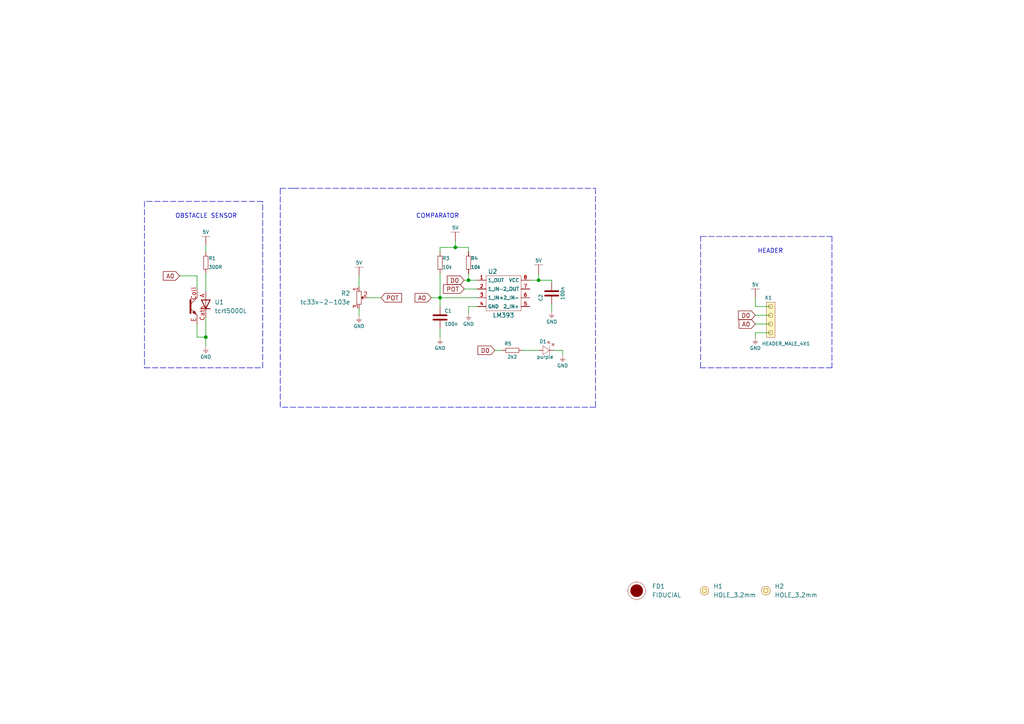
<source format=kicad_sch>
(kicad_sch (version 20211123) (generator eeschema)

  (uuid 779c5b46-3dc3-43e9-a3cd-53e3c0c8bd0d)

  (paper "A4")

  (title_block
    (title "Obstacle Sensor TCRT5000L")
    (date "2021-06-30")
    (rev "v1.1.1.")
    (company "SOLDERED")
    (comment 1 "333012")
  )

  (lib_symbols
    (symbol "e-radionica.com schematics:0402LED" (pin_numbers hide) (pin_names (offset 0.254) hide) (in_bom yes) (on_board yes)
      (property "Reference" "D" (id 0) (at -0.635 2.54 0)
        (effects (font (size 1 1)))
      )
      (property "Value" "0402LED" (id 1) (at 0 -2.54 0)
        (effects (font (size 1 1)))
      )
      (property "Footprint" "e-radionica.com footprinti:0402LED" (id 2) (at 0 5.08 0)
        (effects (font (size 1 1)) hide)
      )
      (property "Datasheet" "" (id 3) (at 0 0 0)
        (effects (font (size 1 1)) hide)
      )
      (property "Package" "0402" (id 4) (at 0 0 0)
        (effects (font (size 1.27 1.27)) hide)
      )
      (symbol "0402LED_0_1"
        (polyline
          (pts
            (xy -0.635 1.27)
            (xy 1.27 0)
          )
          (stroke (width 0.0006) (type default) (color 0 0 0 0))
          (fill (type none))
        )
        (polyline
          (pts
            (xy 0.635 1.905)
            (xy 1.27 2.54)
          )
          (stroke (width 0.0006) (type default) (color 0 0 0 0))
          (fill (type none))
        )
        (polyline
          (pts
            (xy 1.27 1.27)
            (xy 1.27 -1.27)
          )
          (stroke (width 0.0006) (type default) (color 0 0 0 0))
          (fill (type none))
        )
        (polyline
          (pts
            (xy 1.905 1.27)
            (xy 2.54 1.905)
          )
          (stroke (width 0.0006) (type default) (color 0 0 0 0))
          (fill (type none))
        )
        (polyline
          (pts
            (xy -0.635 1.27)
            (xy -0.635 -1.27)
            (xy 1.27 0)
          )
          (stroke (width 0.0006) (type default) (color 0 0 0 0))
          (fill (type none))
        )
        (polyline
          (pts
            (xy 1.27 2.54)
            (xy 0.635 2.54)
            (xy 1.27 1.905)
            (xy 1.27 2.54)
          )
          (stroke (width 0.0006) (type default) (color 0 0 0 0))
          (fill (type none))
        )
        (polyline
          (pts
            (xy 2.54 1.905)
            (xy 1.905 1.905)
            (xy 2.54 1.27)
            (xy 2.54 1.905)
          )
          (stroke (width 0.0006) (type default) (color 0 0 0 0))
          (fill (type none))
        )
      )
      (symbol "0402LED_1_1"
        (pin passive line (at -1.905 0 0) (length 1.27)
          (name "A" (effects (font (size 1.27 1.27))))
          (number "1" (effects (font (size 1.27 1.27))))
        )
        (pin passive line (at 2.54 0 180) (length 1.27)
          (name "K" (effects (font (size 1.27 1.27))))
          (number "2" (effects (font (size 1.27 1.27))))
        )
      )
    )
    (symbol "e-radionica.com schematics:0402R" (pin_numbers hide) (pin_names (offset 0.254)) (in_bom yes) (on_board yes)
      (property "Reference" "R" (id 0) (at -1.905 1.27 0)
        (effects (font (size 1 1)))
      )
      (property "Value" "0402R" (id 1) (at 0 -1.27 0)
        (effects (font (size 1 1)))
      )
      (property "Footprint" "e-radionica.com footprinti:0402R" (id 2) (at -2.54 1.905 0)
        (effects (font (size 1 1)) hide)
      )
      (property "Datasheet" "" (id 3) (at -2.54 1.905 0)
        (effects (font (size 1 1)) hide)
      )
      (symbol "0402R_0_1"
        (rectangle (start -1.905 -0.635) (end 1.905 -0.6604)
          (stroke (width 0.1) (type default) (color 0 0 0 0))
          (fill (type none))
        )
        (rectangle (start -1.905 0.635) (end -1.8796 -0.635)
          (stroke (width 0.1) (type default) (color 0 0 0 0))
          (fill (type none))
        )
        (rectangle (start -1.905 0.635) (end 1.905 0.6096)
          (stroke (width 0.1) (type default) (color 0 0 0 0))
          (fill (type none))
        )
        (rectangle (start 1.905 0.635) (end 1.9304 -0.635)
          (stroke (width 0.1) (type default) (color 0 0 0 0))
          (fill (type none))
        )
      )
      (symbol "0402R_1_1"
        (pin passive line (at -3.175 0 0) (length 1.27)
          (name "~" (effects (font (size 1.27 1.27))))
          (number "1" (effects (font (size 1.27 1.27))))
        )
        (pin passive line (at 3.175 0 180) (length 1.27)
          (name "~" (effects (font (size 1.27 1.27))))
          (number "2" (effects (font (size 1.27 1.27))))
        )
      )
    )
    (symbol "e-radionica.com schematics:0603C" (pin_numbers hide) (pin_names (offset 0.002)) (in_bom yes) (on_board yes)
      (property "Reference" "C" (id 0) (at -0.635 3.175 0)
        (effects (font (size 1 1)))
      )
      (property "Value" "0603C" (id 1) (at 0 -3.175 0)
        (effects (font (size 1 1)))
      )
      (property "Footprint" "e-radionica.com footprinti:0603C" (id 2) (at 0 0 0)
        (effects (font (size 1 1)) hide)
      )
      (property "Datasheet" "" (id 3) (at 0 0 0)
        (effects (font (size 1 1)) hide)
      )
      (symbol "0603C_0_1"
        (polyline
          (pts
            (xy -0.635 1.905)
            (xy -0.635 -1.905)
          )
          (stroke (width 0.5) (type default) (color 0 0 0 0))
          (fill (type none))
        )
        (polyline
          (pts
            (xy 0.635 1.905)
            (xy 0.635 -1.905)
          )
          (stroke (width 0.5) (type default) (color 0 0 0 0))
          (fill (type none))
        )
      )
      (symbol "0603C_1_1"
        (pin passive line (at -3.175 0 0) (length 2.54)
          (name "~" (effects (font (size 1.27 1.27))))
          (number "1" (effects (font (size 1.27 1.27))))
        )
        (pin passive line (at 3.175 0 180) (length 2.54)
          (name "~" (effects (font (size 1.27 1.27))))
          (number "2" (effects (font (size 1.27 1.27))))
        )
      )
    )
    (symbol "e-radionica.com schematics:0603R" (pin_numbers hide) (pin_names (offset 0.254)) (in_bom yes) (on_board yes)
      (property "Reference" "R" (id 0) (at -1.905 1.905 0)
        (effects (font (size 1 1)))
      )
      (property "Value" "0603R" (id 1) (at 0 -1.905 0)
        (effects (font (size 1 1)))
      )
      (property "Footprint" "e-radionica.com footprinti:0603R" (id 2) (at -0.635 1.905 0)
        (effects (font (size 1 1)) hide)
      )
      (property "Datasheet" "" (id 3) (at -0.635 1.905 0)
        (effects (font (size 1 1)) hide)
      )
      (symbol "0603R_0_1"
        (rectangle (start -1.905 -0.635) (end 1.905 -0.6604)
          (stroke (width 0.1) (type default) (color 0 0 0 0))
          (fill (type none))
        )
        (rectangle (start -1.905 0.635) (end -1.8796 -0.635)
          (stroke (width 0.1) (type default) (color 0 0 0 0))
          (fill (type none))
        )
        (rectangle (start -1.905 0.635) (end 1.905 0.6096)
          (stroke (width 0.1) (type default) (color 0 0 0 0))
          (fill (type none))
        )
        (rectangle (start 1.905 0.635) (end 1.9304 -0.635)
          (stroke (width 0.1) (type default) (color 0 0 0 0))
          (fill (type none))
        )
      )
      (symbol "0603R_1_1"
        (pin passive line (at -3.175 0 0) (length 1.27)
          (name "~" (effects (font (size 1.27 1.27))))
          (number "1" (effects (font (size 1.27 1.27))))
        )
        (pin passive line (at 3.175 0 180) (length 1.27)
          (name "~" (effects (font (size 1.27 1.27))))
          (number "2" (effects (font (size 1.27 1.27))))
        )
      )
    )
    (symbol "e-radionica.com schematics:5V" (power) (pin_names (offset 0)) (in_bom yes) (on_board yes)
      (property "Reference" "#PWR" (id 0) (at 4.445 0 0)
        (effects (font (size 1 1)) hide)
      )
      (property "Value" "5V" (id 1) (at 0 3.556 0)
        (effects (font (size 1 1)))
      )
      (property "Footprint" "" (id 2) (at 4.445 3.81 0)
        (effects (font (size 1 1)) hide)
      )
      (property "Datasheet" "" (id 3) (at 4.445 3.81 0)
        (effects (font (size 1 1)) hide)
      )
      (property "ki_keywords" "power-flag" (id 4) (at 0 0 0)
        (effects (font (size 1.27 1.27)) hide)
      )
      (property "ki_description" "Power symbol creates a global label with name \"+3V3\"" (id 5) (at 0 0 0)
        (effects (font (size 1.27 1.27)) hide)
      )
      (symbol "5V_0_1"
        (polyline
          (pts
            (xy -1.27 2.54)
            (xy 1.27 2.54)
          )
          (stroke (width 0.0006) (type default) (color 0 0 0 0))
          (fill (type none))
        )
        (polyline
          (pts
            (xy 0 0)
            (xy 0 2.54)
          )
          (stroke (width 0) (type default) (color 0 0 0 0))
          (fill (type none))
        )
      )
      (symbol "5V_1_1"
        (pin power_in line (at 0 0 90) (length 0) hide
          (name "5V" (effects (font (size 1.27 1.27))))
          (number "1" (effects (font (size 1.27 1.27))))
        )
      )
    )
    (symbol "e-radionica.com schematics:FIDUCIAL" (in_bom no) (on_board yes)
      (property "Reference" "FD" (id 0) (at 0 3.81 0)
        (effects (font (size 1.27 1.27)))
      )
      (property "Value" "FIDUCIAL" (id 1) (at 0 -3.81 0)
        (effects (font (size 1.27 1.27)))
      )
      (property "Footprint" "e-radionica.com footprinti:FIDUCIAL_23" (id 2) (at 0.254 -5.334 0)
        (effects (font (size 1.27 1.27)) hide)
      )
      (property "Datasheet" "" (id 3) (at 0 0 0)
        (effects (font (size 1.27 1.27)) hide)
      )
      (symbol "FIDUCIAL_0_1"
        (polyline
          (pts
            (xy -2.54 0)
            (xy -2.794 0)
          )
          (stroke (width 0.0006) (type default) (color 0 0 0 0))
          (fill (type none))
        )
        (polyline
          (pts
            (xy 0 -2.54)
            (xy 0 -2.794)
          )
          (stroke (width 0.0006) (type default) (color 0 0 0 0))
          (fill (type none))
        )
        (polyline
          (pts
            (xy 0 2.54)
            (xy 0 2.794)
          )
          (stroke (width 0.0006) (type default) (color 0 0 0 0))
          (fill (type none))
        )
        (polyline
          (pts
            (xy 2.54 0)
            (xy 2.794 0)
          )
          (stroke (width 0.0006) (type default) (color 0 0 0 0))
          (fill (type none))
        )
        (circle (center 0 0) (radius 1.7961)
          (stroke (width 0.001) (type default) (color 0 0 0 0))
          (fill (type outline))
        )
        (circle (center 0 0) (radius 2.54)
          (stroke (width 0.0006) (type default) (color 0 0 0 0))
          (fill (type none))
        )
      )
    )
    (symbol "e-radionica.com schematics:GND" (power) (pin_names (offset 0)) (in_bom yes) (on_board yes)
      (property "Reference" "#PWR" (id 0) (at 4.445 0 0)
        (effects (font (size 1 1)) hide)
      )
      (property "Value" "GND" (id 1) (at 0 -2.921 0)
        (effects (font (size 1 1)))
      )
      (property "Footprint" "" (id 2) (at 4.445 3.81 0)
        (effects (font (size 1 1)) hide)
      )
      (property "Datasheet" "" (id 3) (at 4.445 3.81 0)
        (effects (font (size 1 1)) hide)
      )
      (property "ki_keywords" "power-flag" (id 4) (at 0 0 0)
        (effects (font (size 1.27 1.27)) hide)
      )
      (property "ki_description" "Power symbol creates a global label with name \"+3V3\"" (id 5) (at 0 0 0)
        (effects (font (size 1.27 1.27)) hide)
      )
      (symbol "GND_0_1"
        (polyline
          (pts
            (xy -0.762 -1.27)
            (xy 0.762 -1.27)
          )
          (stroke (width 0.0006) (type default) (color 0 0 0 0))
          (fill (type none))
        )
        (polyline
          (pts
            (xy -0.635 -1.524)
            (xy 0.635 -1.524)
          )
          (stroke (width 0.0006) (type default) (color 0 0 0 0))
          (fill (type none))
        )
        (polyline
          (pts
            (xy -0.381 -1.778)
            (xy 0.381 -1.778)
          )
          (stroke (width 0.0006) (type default) (color 0 0 0 0))
          (fill (type none))
        )
        (polyline
          (pts
            (xy -0.127 -2.032)
            (xy 0.127 -2.032)
          )
          (stroke (width 0.0006) (type default) (color 0 0 0 0))
          (fill (type none))
        )
        (polyline
          (pts
            (xy 0 0)
            (xy 0 -1.27)
          )
          (stroke (width 0.0006) (type default) (color 0 0 0 0))
          (fill (type none))
        )
      )
      (symbol "GND_1_1"
        (pin power_in line (at 0 0 270) (length 0) hide
          (name "GND" (effects (font (size 1.27 1.27))))
          (number "1" (effects (font (size 1.27 1.27))))
        )
      )
    )
    (symbol "e-radionica.com schematics:HEADER_MALE_4X1" (pin_numbers hide) (pin_names hide) (in_bom yes) (on_board yes)
      (property "Reference" "K" (id 0) (at -0.635 7.62 0)
        (effects (font (size 1 1)))
      )
      (property "Value" "HEADER_MALE_4X1" (id 1) (at 0 -5.08 0)
        (effects (font (size 1 1)))
      )
      (property "Footprint" "e-radionica.com footprinti:HEADER_MALE_4X1" (id 2) (at 0 -2.54 0)
        (effects (font (size 1 1)) hide)
      )
      (property "Datasheet" "" (id 3) (at 0 -2.54 0)
        (effects (font (size 1 1)) hide)
      )
      (symbol "HEADER_MALE_4X1_0_1"
        (circle (center 0 -2.54) (radius 0.635)
          (stroke (width 0.0006) (type default) (color 0 0 0 0))
          (fill (type none))
        )
        (circle (center 0 0) (radius 0.635)
          (stroke (width 0.0006) (type default) (color 0 0 0 0))
          (fill (type none))
        )
        (circle (center 0 2.54) (radius 0.635)
          (stroke (width 0.0006) (type default) (color 0 0 0 0))
          (fill (type none))
        )
        (circle (center 0 5.08) (radius 0.635)
          (stroke (width 0.0006) (type default) (color 0 0 0 0))
          (fill (type none))
        )
        (rectangle (start 1.27 -3.81) (end -1.27 6.35)
          (stroke (width 0.001) (type default) (color 0 0 0 0))
          (fill (type background))
        )
      )
      (symbol "HEADER_MALE_4X1_1_1"
        (pin passive line (at 0 -2.54 180) (length 0)
          (name "~" (effects (font (size 1 1))))
          (number "1" (effects (font (size 1 1))))
        )
        (pin passive line (at 0 0 180) (length 0)
          (name "~" (effects (font (size 1 1))))
          (number "2" (effects (font (size 1 1))))
        )
        (pin passive line (at 0 2.54 180) (length 0)
          (name "~" (effects (font (size 1 1))))
          (number "3" (effects (font (size 1 1))))
        )
        (pin passive line (at 0 5.08 180) (length 0)
          (name "~" (effects (font (size 1 1))))
          (number "4" (effects (font (size 1 1))))
        )
      )
    )
    (symbol "e-radionica.com schematics:HOLE_3.2mm" (pin_numbers hide) (pin_names hide) (in_bom yes) (on_board yes)
      (property "Reference" "H" (id 0) (at 0 2.54 0)
        (effects (font (size 1.27 1.27)))
      )
      (property "Value" "HOLE_3.2mm" (id 1) (at 0 -2.54 0)
        (effects (font (size 1.27 1.27)))
      )
      (property "Footprint" "e-radionica.com footprinti:HOLE_3.2mm" (id 2) (at 0 0 0)
        (effects (font (size 1.27 1.27)) hide)
      )
      (property "Datasheet" "" (id 3) (at 0 0 0)
        (effects (font (size 1.27 1.27)) hide)
      )
      (symbol "HOLE_3.2mm_0_1"
        (circle (center 0 0) (radius 0.635)
          (stroke (width 0.0006) (type default) (color 0 0 0 0))
          (fill (type none))
        )
        (circle (center 0 0) (radius 1.27)
          (stroke (width 0.001) (type default) (color 0 0 0 0))
          (fill (type background))
        )
      )
    )
    (symbol "e-radionica.com schematics:LM393" (in_bom yes) (on_board yes)
      (property "Reference" "U" (id 0) (at 0 6.35 0)
        (effects (font (size 1.27 1.27)))
      )
      (property "Value" "LM393" (id 1) (at 0 -6.35 0)
        (effects (font (size 1.27 1.27)))
      )
      (property "Footprint" "e-radionica.com footprinti:SOIC−8" (id 2) (at 3.81 -2.54 0)
        (effects (font (size 1.27 1.27)) hide)
      )
      (property "Datasheet" "" (id 3) (at 3.81 -2.54 0)
        (effects (font (size 1.27 1.27)) hide)
      )
      (symbol "LM393_0_1"
        (rectangle (start -5.08 5.08) (end 5.08 -5.08)
          (stroke (width 0.0006) (type default) (color 0 0 0 0))
          (fill (type none))
        )
      )
      (symbol "LM393_1_1"
        (pin power_in line (at -7.62 3.81 0) (length 2.54)
          (name "1_OUT" (effects (font (size 1 1))))
          (number "1" (effects (font (size 1 1))))
        )
        (pin input line (at -7.62 1.27 0) (length 2.54)
          (name "1_IN-" (effects (font (size 1 1))))
          (number "2" (effects (font (size 1 1))))
        )
        (pin power_in line (at -7.62 -1.27 0) (length 2.54)
          (name "1_IN+" (effects (font (size 1 1))))
          (number "3" (effects (font (size 1 1))))
        )
        (pin passive line (at -7.62 -3.81 0) (length 2.54)
          (name "GND" (effects (font (size 1 1))))
          (number "4" (effects (font (size 1 1))))
        )
        (pin power_in line (at 7.62 -3.81 180) (length 2.54)
          (name "2_IN+" (effects (font (size 1 1))))
          (number "5" (effects (font (size 1 1))))
        )
        (pin power_in line (at 7.62 -1.27 180) (length 2.54)
          (name "2_IN-" (effects (font (size 1 1))))
          (number "6" (effects (font (size 1 1))))
        )
        (pin power_out line (at 7.62 1.27 180) (length 2.54)
          (name "2_OUT" (effects (font (size 1 1))))
          (number "7" (effects (font (size 1 1))))
        )
        (pin power_in line (at 7.62 3.81 180) (length 2.54)
          (name "VCC" (effects (font (size 1 1))))
          (number "8" (effects (font (size 1 1))))
        )
      )
    )
    (symbol "e-radionica.com schematics:tc33x-2-103e" (in_bom yes) (on_board yes)
      (property "Reference" "R" (id 0) (at -1.778 3.302 0)
        (effects (font (size 1.27 1.27)))
      )
      (property "Value" "tc33x-2-103e" (id 1) (at 0 -2.54 0)
        (effects (font (size 1.27 1.27)))
      )
      (property "Footprint" "e-radionica.com footprinti:tc33x-2-103e" (id 2) (at 0 -5.08 0)
        (effects (font (size 1.27 1.27)) hide)
      )
      (property "Datasheet" "" (id 3) (at -0.0508 -0.0508 0)
        (effects (font (size 1.27 1.27)) hide)
      )
      (symbol "tc33x-2-103e_0_1"
        (rectangle (start -1.905 -0.635) (end 1.905 -0.6604)
          (stroke (width 0.1) (type default) (color 0 0 0 0))
          (fill (type none))
        )
        (rectangle (start -1.905 0.635) (end -1.8796 -0.635)
          (stroke (width 0.1) (type default) (color 0 0 0 0))
          (fill (type none))
        )
        (rectangle (start -1.905 0.635) (end 1.905 0.6096)
          (stroke (width 0.1) (type default) (color 0 0 0 0))
          (fill (type none))
        )
        (polyline
          (pts
            (xy -0.4318 1.1684)
            (xy 0.4826 1.1684)
            (xy 0 0.635)
            (xy -0.4064 1.0922)
            (xy -0.4826 1.1684)
            (xy 0 0.7874)
            (xy 0.3048 1.1176)
            (xy -0.254 1.0668)
            (xy 0.0254 0.8636)
            (xy 0.0762 1.0414)
            (xy -0.0254 0.9652)
          )
          (stroke (width 0.0006) (type default) (color 0 0 0 0))
          (fill (type none))
        )
        (rectangle (start 1.905 0.635) (end 1.9304 -0.635)
          (stroke (width 0.1) (type default) (color 0 0 0 0))
          (fill (type none))
        )
      )
      (symbol "tc33x-2-103e_1_1"
        (pin passive line (at -3.175 0 0) (length 1.27)
          (name "~" (effects (font (size 1.27 1.27))))
          (number "1" (effects (font (size 1.27 1.27))))
        )
        (pin passive line (at 0 2.4892 270) (length 1.27)
          (name "" (effects (font (size 1.27 1.27))))
          (number "2" (effects (font (size 1.27 1.27))))
        )
        (pin passive line (at 3.175 0.0002 180) (length 1.27)
          (name "~" (effects (font (size 1.27 1.27))))
          (number "3" (effects (font (size 1.27 1.27))))
        )
      )
    )
    (symbol "e-radionica.com schematics:tcrt5000L" (in_bom yes) (on_board yes)
      (property "Reference" "U" (id 0) (at -4.445 3.81 0)
        (effects (font (size 1.27 1.27)))
      )
      (property "Value" "tcrt5000L" (id 1) (at 0 -13.335 0)
        (effects (font (size 1.27 1.27)))
      )
      (property "Footprint" "e-radionica.com footprinti:TCRT5000L" (id 2) (at -0.635 0 0)
        (effects (font (size 1.27 1.27)) hide)
      )
      (property "Datasheet" "" (id 3) (at -0.635 0 0)
        (effects (font (size 1.27 1.27)) hide)
      )
      (symbol "tcrt5000L_0_1"
        (polyline
          (pts
            (xy -3.175 0.635)
            (xy -1.27 2.54)
          )
          (stroke (width 0) (type default) (color 0 0 0 0))
          (fill (type none))
        )
        (polyline
          (pts
            (xy 0 -0.635)
            (xy 2.54 -0.635)
          )
          (stroke (width 0.254) (type default) (color 0 0 0 0))
          (fill (type none))
        )
        (polyline
          (pts
            (xy 1.27 1.905)
            (xy 1.27 -0.635)
          )
          (stroke (width 0) (type default) (color 0 0 0 0))
          (fill (type none))
        )
        (polyline
          (pts
            (xy -3.175 -0.635)
            (xy -1.27 -2.54)
            (xy -1.27 -2.54)
          )
          (stroke (width 0) (type default) (color 0 0 0 0))
          (fill (type none))
        )
        (polyline
          (pts
            (xy -3.175 1.905)
            (xy -3.175 -1.905)
            (xy -3.175 -1.905)
          )
          (stroke (width 0.508) (type default) (color 0 0 0 0))
          (fill (type none))
        )
        (polyline
          (pts
            (xy 0 1.905)
            (xy 2.54 1.905)
            (xy 1.27 -0.635)
            (xy 0 1.905)
          )
          (stroke (width 0.254) (type default) (color 0 0 0 0))
          (fill (type none))
        )
        (polyline
          (pts
            (xy -2.54 -1.778)
            (xy -2.032 -1.27)
            (xy -1.524 -2.286)
            (xy -2.54 -1.778)
            (xy -2.54 -1.778)
          )
          (stroke (width 0) (type default) (color 0 0 0 0))
          (fill (type outline))
        )
      )
      (symbol "tcrt5000L_1_1"
        (pin passive line (at 1.27 4.445 270) (length 2.54)
          (name "" (effects (font (size 1.27 1.27))))
          (number "A" (effects (font (size 1.27 1.27))))
        )
        (pin passive line (at 1.27 -3.175 90) (length 2.54)
          (name "" (effects (font (size 1.27 1.27))))
          (number "Cath" (effects (font (size 1.27 1.27))))
        )
        (pin passive line (at -1.27 5.08 270) (length 2.54)
          (name "" (effects (font (size 1.27 1.27))))
          (number "Coll" (effects (font (size 1.27 1.27))))
        )
        (pin passive line (at -1.27 -5.08 90) (length 2.54)
          (name "" (effects (font (size 1.27 1.27))))
          (number "E" (effects (font (size 1.27 1.27))))
        )
      )
    )
  )

  (junction (at 127.635 86.36) (diameter 0.9144) (color 0 0 0 0)
    (uuid 13c0ff76-ed71-4cd9-abb0-92c376825d5d)
  )
  (junction (at 135.89 81.28) (diameter 0.9144) (color 0 0 0 0)
    (uuid 8412992d-8754-44de-9e08-115cec1a3eff)
  )
  (junction (at 59.69 97.79) (diameter 0.9144) (color 0 0 0 0)
    (uuid a27eb049-c992-4f11-a026-1e6a8d9d0160)
  )
  (junction (at 156.21 81.28) (diameter 0.9144) (color 0 0 0 0)
    (uuid df32840e-2912-4088-b54c-9a85f64c0265)
  )
  (junction (at 132.08 71.755) (diameter 0.9144) (color 0 0 0 0)
    (uuid ffd175d1-912a-4224-be1e-a8198680f46b)
  )

  (wire (pts (xy 160.655 101.6) (xy 163.195 101.6))
    (stroke (width 0) (type solid) (color 0 0 0 0))
    (uuid 006c82cd-8233-4c4c-8fb2-135db9093e9d)
  )
  (wire (pts (xy 219.075 88.9) (xy 219.075 86.36))
    (stroke (width 0) (type solid) (color 0 0 0 0))
    (uuid 02b45d48-dac7-4de5-8bbf-51193c9fcd79)
  )
  (wire (pts (xy 59.69 79.375) (xy 59.69 84.455))
    (stroke (width 0) (type solid) (color 0 0 0 0))
    (uuid 0476afb7-b092-455c-8ed1-d082311e7620)
  )
  (wire (pts (xy 143.51 101.6) (xy 145.415 101.6))
    (stroke (width 0) (type solid) (color 0 0 0 0))
    (uuid 099e87bd-e1c5-46c3-9b4d-994dc13f7416)
  )
  (wire (pts (xy 127.635 86.36) (xy 138.43 86.36))
    (stroke (width 0) (type solid) (color 0 0 0 0))
    (uuid 0be01aff-fa7a-4687-ac2f-de9eb7d2d31e)
  )
  (wire (pts (xy 59.69 92.075) (xy 59.69 97.79))
    (stroke (width 0) (type solid) (color 0 0 0 0))
    (uuid 14dd3509-40c0-4162-8ec8-6d326cdc9e86)
  )
  (wire (pts (xy 134.62 81.28) (xy 135.89 81.28))
    (stroke (width 0) (type solid) (color 0 0 0 0))
    (uuid 1ebb3e7d-6e78-4381-b75b-4d620f7415eb)
  )
  (wire (pts (xy 223.52 88.9) (xy 219.075 88.9))
    (stroke (width 0) (type solid) (color 0 0 0 0))
    (uuid 26f00869-2a78-46a8-94d1-3b8347df9236)
  )
  (wire (pts (xy 132.08 71.755) (xy 132.08 69.85))
    (stroke (width 0) (type solid) (color 0 0 0 0))
    (uuid 3b189709-e4ae-4919-941d-11dca72fe1a9)
  )
  (wire (pts (xy 160.02 81.28) (xy 156.21 81.28))
    (stroke (width 0) (type solid) (color 0 0 0 0))
    (uuid 4bf0ecfd-52c5-49a0-bcc0-775c46d6c429)
  )
  (wire (pts (xy 219.075 91.44) (xy 223.52 91.44))
    (stroke (width 0) (type solid) (color 0 0 0 0))
    (uuid 5a474233-ed47-45fd-9a69-1ad1617a261b)
  )
  (wire (pts (xy 219.075 93.98) (xy 223.52 93.98))
    (stroke (width 0) (type solid) (color 0 0 0 0))
    (uuid 5bb0a292-258a-4f7d-ab87-d214d7dcd535)
  )
  (wire (pts (xy 163.195 101.6) (xy 163.195 102.87))
    (stroke (width 0) (type solid) (color 0 0 0 0))
    (uuid 6c9182be-071f-46ae-a91a-28b0bf873aec)
  )
  (wire (pts (xy 104.1402 89.535) (xy 104.1402 91.44))
    (stroke (width 0) (type solid) (color 0 0 0 0))
    (uuid 777bd36e-afcc-4f88-8880-fb0794830e45)
  )
  (wire (pts (xy 219.075 96.52) (xy 219.075 97.79))
    (stroke (width 0) (type solid) (color 0 0 0 0))
    (uuid 810e64c9-be8e-4f2d-a69c-e4269a9a1004)
  )
  (polyline (pts (xy 203.2 68.58) (xy 241.3 68.58))
    (stroke (width 0) (type dash) (color 0 0 0 0))
    (uuid 834e69fa-1c40-42d1-be85-b4b884ea5073)
  )
  (polyline (pts (xy 203.2 106.68) (xy 203.2 68.58))
    (stroke (width 0) (type dash) (color 0 0 0 0))
    (uuid 834e69fa-1c40-42d1-be85-b4b884ea5074)
  )
  (polyline (pts (xy 241.3 68.58) (xy 241.3 106.68))
    (stroke (width 0) (type dash) (color 0 0 0 0))
    (uuid 834e69fa-1c40-42d1-be85-b4b884ea5075)
  )
  (polyline (pts (xy 241.3 106.68) (xy 203.2 106.68))
    (stroke (width 0) (type dash) (color 0 0 0 0))
    (uuid 834e69fa-1c40-42d1-be85-b4b884ea5076)
  )

  (wire (pts (xy 127.635 71.755) (xy 132.08 71.755))
    (stroke (width 0) (type solid) (color 0 0 0 0))
    (uuid 90168466-d72d-4732-ab7b-7653b44f9e77)
  )
  (wire (pts (xy 59.69 71.12) (xy 59.69 73.025))
    (stroke (width 0) (type solid) (color 0 0 0 0))
    (uuid 96b86411-a2dc-47bb-a466-f1d6969d6d4e)
  )
  (wire (pts (xy 132.08 71.755) (xy 135.89 71.755))
    (stroke (width 0) (type solid) (color 0 0 0 0))
    (uuid 97dd2cfe-9a83-4e10-9253-d44344ac98ca)
  )
  (wire (pts (xy 57.15 80.01) (xy 57.15 83.82))
    (stroke (width 0) (type solid) (color 0 0 0 0))
    (uuid a7ddde68-6257-4ade-9a11-c6778d7b6c71)
  )
  (wire (pts (xy 223.52 96.52) (xy 219.075 96.52))
    (stroke (width 0) (type solid) (color 0 0 0 0))
    (uuid ab6f3e1c-2adb-4290-a338-53fd761b9a10)
  )
  (polyline (pts (xy 41.91 58.42) (xy 41.91 106.68))
    (stroke (width 0) (type dash) (color 0 0 0 0))
    (uuid adb9709c-889f-4d2f-89fe-069b1560865d)
  )
  (polyline (pts (xy 41.91 106.68) (xy 76.2 106.68))
    (stroke (width 0) (type dash) (color 0 0 0 0))
    (uuid adb9709c-889f-4d2f-89fe-069b1560865e)
  )
  (polyline (pts (xy 76.2 58.42) (xy 41.91 58.42))
    (stroke (width 0) (type dash) (color 0 0 0 0))
    (uuid adb9709c-889f-4d2f-89fe-069b1560865f)
  )
  (polyline (pts (xy 76.2 106.68) (xy 76.2 58.42))
    (stroke (width 0) (type dash) (color 0 0 0 0))
    (uuid adb9709c-889f-4d2f-89fe-069b15608660)
  )

  (wire (pts (xy 153.67 81.28) (xy 156.21 81.28))
    (stroke (width 0) (type solid) (color 0 0 0 0))
    (uuid b080e924-83e1-4fe5-80fe-57343fca6c8d)
  )
  (wire (pts (xy 135.89 71.755) (xy 135.89 73.025))
    (stroke (width 0) (type solid) (color 0 0 0 0))
    (uuid b203b6cc-a5ab-46e2-b7d6-77ac15968948)
  )
  (wire (pts (xy 151.765 101.6) (xy 156.21 101.6))
    (stroke (width 0) (type solid) (color 0 0 0 0))
    (uuid b2ce17f3-c1bb-461a-aedf-5821db77619e)
  )
  (polyline (pts (xy 81.28 54.61) (xy 86.36 54.61))
    (stroke (width 0) (type dash) (color 0 0 0 0))
    (uuid b30ef224-f395-4947-84bb-28d44d29b7b1)
  )
  (polyline (pts (xy 81.28 118.11) (xy 81.28 54.61))
    (stroke (width 0) (type dash) (color 0 0 0 0))
    (uuid b30ef224-f395-4947-84bb-28d44d29b7b2)
  )
  (polyline (pts (xy 85.09 54.61) (xy 172.72 54.61))
    (stroke (width 0) (type dash) (color 0 0 0 0))
    (uuid b30ef224-f395-4947-84bb-28d44d29b7b3)
  )
  (polyline (pts (xy 172.72 54.61) (xy 172.72 118.11))
    (stroke (width 0) (type dash) (color 0 0 0 0))
    (uuid b30ef224-f395-4947-84bb-28d44d29b7b4)
  )
  (polyline (pts (xy 172.72 118.11) (xy 81.28 118.11))
    (stroke (width 0) (type dash) (color 0 0 0 0))
    (uuid b30ef224-f395-4947-84bb-28d44d29b7b5)
  )

  (wire (pts (xy 160.02 81.915) (xy 160.02 81.28))
    (stroke (width 0) (type solid) (color 0 0 0 0))
    (uuid b52b6789-0361-454b-855a-8e892b39b271)
  )
  (wire (pts (xy 127.635 73.025) (xy 127.635 71.755))
    (stroke (width 0) (type solid) (color 0 0 0 0))
    (uuid b63d64c9-bcbd-4287-a815-66ffa71f5642)
  )
  (wire (pts (xy 57.15 93.98) (xy 57.15 97.79))
    (stroke (width 0) (type solid) (color 0 0 0 0))
    (uuid bd5f25d3-8eab-41e2-a46b-b8aceaa855f4)
  )
  (wire (pts (xy 57.15 97.79) (xy 59.69 97.79))
    (stroke (width 0) (type solid) (color 0 0 0 0))
    (uuid bd5f25d3-8eab-41e2-a46b-b8aceaa855f5)
  )
  (wire (pts (xy 59.69 97.79) (xy 59.69 100.33))
    (stroke (width 0) (type solid) (color 0 0 0 0))
    (uuid bd5f25d3-8eab-41e2-a46b-b8aceaa855f6)
  )
  (wire (pts (xy 127.635 86.36) (xy 127.635 88.9))
    (stroke (width 0) (type solid) (color 0 0 0 0))
    (uuid ca78236a-5461-414f-b13d-90d23abc3a60)
  )
  (wire (pts (xy 106.6292 86.36) (xy 110.49 86.36))
    (stroke (width 0) (type solid) (color 0 0 0 0))
    (uuid cd9c0dca-bf53-447e-be47-3a90a751d257)
  )
  (wire (pts (xy 134.62 83.82) (xy 138.43 83.82))
    (stroke (width 0) (type solid) (color 0 0 0 0))
    (uuid cda1c938-87a3-4c4a-8b09-be1108874f13)
  )
  (wire (pts (xy 156.21 81.28) (xy 156.21 79.375))
    (stroke (width 0) (type solid) (color 0 0 0 0))
    (uuid cf60e33d-f987-45cd-8a2a-eacf1def2c60)
  )
  (wire (pts (xy 127.635 95.25) (xy 127.635 97.79))
    (stroke (width 0) (type solid) (color 0 0 0 0))
    (uuid d11e9852-9a60-48b9-8999-165d5dea6966)
  )
  (wire (pts (xy 104.14 91.44) (xy 104.1402 91.44))
    (stroke (width 0) (type solid) (color 0 0 0 0))
    (uuid d297a04e-1b6b-40fb-b4c0-4536a139fff2)
  )
  (wire (pts (xy 160.02 88.265) (xy 160.02 90.17))
    (stroke (width 0) (type solid) (color 0 0 0 0))
    (uuid d7f608cb-fe54-42cd-bfbb-fe223df4d930)
  )
  (wire (pts (xy 104.14 80.01) (xy 104.14 83.185))
    (stroke (width 0) (type solid) (color 0 0 0 0))
    (uuid d96862db-8bad-4a7c-b968-daaad9fc6848)
  )
  (wire (pts (xy 125.095 86.36) (xy 127.635 86.36))
    (stroke (width 0) (type solid) (color 0 0 0 0))
    (uuid ded05270-e37d-459a-8f66-acef83444f56)
  )
  (wire (pts (xy 135.89 81.28) (xy 138.43 81.28))
    (stroke (width 0) (type solid) (color 0 0 0 0))
    (uuid e23156ab-5dbc-4511-8986-a7108edc15b0)
  )
  (wire (pts (xy 138.43 88.9) (xy 135.89 88.9))
    (stroke (width 0) (type solid) (color 0 0 0 0))
    (uuid e4069da4-3fb9-4885-9948-8d4b631545bd)
  )
  (wire (pts (xy 135.89 79.375) (xy 135.89 81.28))
    (stroke (width 0) (type solid) (color 0 0 0 0))
    (uuid e54dfbee-c0a0-46c6-bdc0-d97ad1e734af)
  )
  (wire (pts (xy 127.635 79.375) (xy 127.635 86.36))
    (stroke (width 0) (type solid) (color 0 0 0 0))
    (uuid e84d2062-c6d4-4b93-b817-767120f23dca)
  )
  (wire (pts (xy 52.07 80.01) (xy 57.15 80.01))
    (stroke (width 0) (type solid) (color 0 0 0 0))
    (uuid f5cce352-17bd-4635-b7c9-100468f9ba6a)
  )
  (wire (pts (xy 135.89 88.9) (xy 135.89 90.805))
    (stroke (width 0) (type solid) (color 0 0 0 0))
    (uuid ff15f836-4e89-43fb-8243-ae85ba420fee)
  )

  (text "COMPARATOR" (at 120.65 63.5 0)
    (effects (font (size 1.27 1.27)) (justify left bottom))
    (uuid 62497c70-cbe7-4ecc-8ff6-1be4561930ef)
  )
  (text "HEADER\n" (at 219.71 73.66 0)
    (effects (font (size 1.27 1.27)) (justify left bottom))
    (uuid 6c0ebeba-3b59-4faf-950a-0b257c7bfd18)
  )
  (text "OBSTACLE SENSOR" (at 50.8 63.5 0)
    (effects (font (size 1.27 1.27)) (justify left bottom))
    (uuid a2bddf07-0599-482a-98f0-b209261e4ccc)
  )

  (global_label "A0" (shape input) (at 52.07 80.01 180)
    (effects (font (size 1.27 1.27)) (justify right))
    (uuid 02b29835-4151-4b61-9e32-9e91af2b860f)
    (property "Intersheet References" "${INTERSHEET_REFS}" (id 0) (at 45.8348 79.9306 0)
      (effects (font (size 1.27 1.27)) (justify right) hide)
    )
  )
  (global_label "A0" (shape input) (at 219.075 93.98 180)
    (effects (font (size 1.27 1.27)) (justify right))
    (uuid 14b23faf-eee0-4ce5-b5d8-06d3e48052aa)
    (property "Intersheet References" "${INTERSHEET_REFS}" (id 0) (at 212.8398 93.9006 0)
      (effects (font (size 1.27 1.27)) (justify right) hide)
    )
  )
  (global_label "D0" (shape input) (at 219.075 91.44 180)
    (effects (font (size 1.27 1.27)) (justify right))
    (uuid 3058a116-a88d-4d96-bc41-b840203846e4)
    (property "Intersheet References" "${INTERSHEET_REFS}" (id 0) (at 212.6584 91.3606 0)
      (effects (font (size 1.27 1.27)) (justify right) hide)
    )
  )
  (global_label "D0" (shape input) (at 134.62 81.28 180)
    (effects (font (size 1.27 1.27)) (justify right))
    (uuid 590fd27d-0841-4586-959d-ebfb2f06994b)
    (property "Intersheet References" "${INTERSHEET_REFS}" (id 0) (at 128.2034 81.3594 0)
      (effects (font (size 1.27 1.27)) (justify right) hide)
    )
  )
  (global_label "A0" (shape input) (at 125.095 86.36 180)
    (effects (font (size 1.27 1.27)) (justify right))
    (uuid 5eaa72a6-6dda-4aff-b684-b80f98234de8)
    (property "Intersheet References" "${INTERSHEET_REFS}" (id 0) (at 118.8598 86.2806 0)
      (effects (font (size 1.27 1.27)) (justify right) hide)
    )
  )
  (global_label "POT" (shape input) (at 134.62 83.82 180)
    (effects (font (size 1.27 1.27)) (justify right))
    (uuid 85a61c13-769b-45cd-b11d-883029234698)
    (property "Intersheet References" "${INTERSHEET_REFS}" (id 0) (at 127.1148 83.7406 0)
      (effects (font (size 1.27 1.27)) (justify right) hide)
    )
  )
  (global_label "POT" (shape input) (at 110.49 86.36 0)
    (effects (font (size 1.27 1.27)) (justify left))
    (uuid 90ad2a9c-733a-4a2f-88ac-5afb900f0c27)
    (property "Intersheet References" "${INTERSHEET_REFS}" (id 0) (at 117.9952 86.2806 0)
      (effects (font (size 1.27 1.27)) (justify left) hide)
    )
  )
  (global_label "D0" (shape input) (at 143.51 101.6 180)
    (effects (font (size 1.27 1.27)) (justify right))
    (uuid ad31097f-f099-4a4b-a5b8-df8e919ff78d)
    (property "Intersheet References" "${INTERSHEET_REFS}" (id 0) (at 137.0934 101.5206 0)
      (effects (font (size 1.27 1.27)) (justify right) hide)
    )
  )

  (symbol (lib_id "e-radionica.com schematics:5V") (at 156.21 79.375 0) (unit 1)
    (in_bom yes) (on_board yes)
    (uuid 1ea51a23-a266-4bd9-9d8f-2b12338d97e2)
    (property "Reference" "#PWR08" (id 0) (at 160.655 79.375 0)
      (effects (font (size 1 1)) hide)
    )
    (property "Value" "5V" (id 1) (at 156.21 75.565 0)
      (effects (font (size 1 1)))
    )
    (property "Footprint" "" (id 2) (at 160.655 75.565 0)
      (effects (font (size 1 1)) hide)
    )
    (property "Datasheet" "" (id 3) (at 160.655 75.565 0)
      (effects (font (size 1 1)) hide)
    )
    (pin "1" (uuid 339244a2-34e9-48a9-a2c4-1556fa4b4a80))
  )

  (symbol (lib_id "e-radionica.com schematics:0402R") (at 148.59 101.6 0) (unit 1)
    (in_bom yes) (on_board yes)
    (uuid 212ff549-c3ce-47ca-8d9f-038afa1c3ee3)
    (property "Reference" "R5" (id 0) (at 147.32 99.695 0)
      (effects (font (size 1 1)))
    )
    (property "Value" "2k2" (id 1) (at 148.59 103.505 0)
      (effects (font (size 1 1)))
    )
    (property "Footprint" "e-radionica.com footprinti:0402R" (id 2) (at 146.05 99.695 0)
      (effects (font (size 1 1)) hide)
    )
    (property "Datasheet" "" (id 3) (at 146.05 99.695 0)
      (effects (font (size 1 1)) hide)
    )
    (pin "1" (uuid d0d12dba-1085-4ae0-b015-dd6220cce864))
    (pin "2" (uuid 58f23848-bf34-47ec-820d-2348eade1830))
  )

  (symbol (lib_id "e-radionica.com schematics:0603C") (at 160.02 85.09 90) (unit 1)
    (in_bom yes) (on_board yes)
    (uuid 3c990b84-3a24-463f-8229-99053bc0b950)
    (property "Reference" "C2" (id 0) (at 156.845 86.36 0)
      (effects (font (size 1 1)))
    )
    (property "Value" "100n" (id 1) (at 163.195 85.09 0)
      (effects (font (size 1 1)))
    )
    (property "Footprint" "e-radionica.com footprinti:0603C" (id 2) (at 160.02 85.09 0)
      (effects (font (size 1 1)) hide)
    )
    (property "Datasheet" "" (id 3) (at 160.02 85.09 0)
      (effects (font (size 1 1)) hide)
    )
    (pin "1" (uuid 8d8c2eb0-e19c-47a9-816e-d02c6431234f))
    (pin "2" (uuid 2b6672f5-75ff-4a7b-a30f-58b6bb1e7cad))
  )

  (symbol (lib_id "e-radionica.com schematics:0603R") (at 135.89 76.2 90) (unit 1)
    (in_bom yes) (on_board yes)
    (uuid 4290cb97-332f-43cd-be38-f49664237b6a)
    (property "Reference" "R4" (id 0) (at 136.525 74.93 90)
      (effects (font (size 1 1)) (justify right))
    )
    (property "Value" "10k" (id 1) (at 136.525 77.47 90)
      (effects (font (size 1 1)) (justify right))
    )
    (property "Footprint" "e-radionica.com footprinti:0603R" (id 2) (at 133.985 76.835 0)
      (effects (font (size 1 1)) hide)
    )
    (property "Datasheet" "" (id 3) (at 133.985 76.835 0)
      (effects (font (size 1 1)) hide)
    )
    (pin "1" (uuid c040bf72-fb93-41e5-84db-d44dfd5f5d45))
    (pin "2" (uuid 99f29871-35bc-4c62-9dff-c0cc456a3881))
  )

  (symbol (lib_id "e-radionica.com schematics:tcrt5000L") (at 58.42 88.9 0) (unit 1)
    (in_bom yes) (on_board yes)
    (uuid 42c2339e-e58f-46b3-90a0-cf479a667d52)
    (property "Reference" "U1" (id 0) (at 62.23 87.63 0)
      (effects (font (size 1.27 1.27)) (justify left))
    )
    (property "Value" "tcrt5000L" (id 1) (at 62.23 90.17 0)
      (effects (font (size 1.27 1.27)) (justify left))
    )
    (property "Footprint" "e-radionica.com footprinti:TCRT5000L" (id 2) (at 57.785 88.9 0)
      (effects (font (size 1.27 1.27)) hide)
    )
    (property "Datasheet" "" (id 3) (at 57.785 88.9 0)
      (effects (font (size 1.27 1.27)) hide)
    )
    (pin "A" (uuid a4db8241-336b-4c4e-8246-9f620c385174))
    (pin "Cath" (uuid 9821bbe4-0b9a-494d-a482-7397e07610fb))
    (pin "Coll" (uuid 967d7b94-8a15-433d-bf5b-7633f24b2357))
    (pin "E" (uuid c99e1a65-bcf1-41ac-ad37-4138f9cf4e21))
  )

  (symbol (lib_id "e-radionica.com schematics:0603R") (at 127.635 76.2 90) (unit 1)
    (in_bom yes) (on_board yes)
    (uuid 43e1ff8f-5edd-4442-9ac7-8bcddc97360d)
    (property "Reference" "R3" (id 0) (at 128.27 74.93 90)
      (effects (font (size 1 1)) (justify right))
    )
    (property "Value" "10k" (id 1) (at 128.27 77.47 90)
      (effects (font (size 1 1)) (justify right))
    )
    (property "Footprint" "e-radionica.com footprinti:0603R" (id 2) (at 125.73 76.835 0)
      (effects (font (size 1 1)) hide)
    )
    (property "Datasheet" "" (id 3) (at 125.73 76.835 0)
      (effects (font (size 1 1)) hide)
    )
    (pin "1" (uuid ac59e436-ce08-4f9f-be8d-e907e82bd898))
    (pin "2" (uuid 897ae6e7-e1c5-4b9e-80a5-1a7cf1cb45f5))
  )

  (symbol (lib_id "e-radionica.com schematics:5V") (at 104.14 80.01 0) (unit 1)
    (in_bom yes) (on_board yes)
    (uuid 576a448d-a3d7-4d38-9d3e-76e82e17936d)
    (property "Reference" "#PWR03" (id 0) (at 108.585 80.01 0)
      (effects (font (size 1 1)) hide)
    )
    (property "Value" "5V" (id 1) (at 104.14 76.2 0)
      (effects (font (size 1 1)))
    )
    (property "Footprint" "" (id 2) (at 108.585 76.2 0)
      (effects (font (size 1 1)) hide)
    )
    (property "Datasheet" "" (id 3) (at 108.585 76.2 0)
      (effects (font (size 1 1)) hide)
    )
    (pin "1" (uuid 339244a2-34e9-48a9-a2c4-1556fa4b4a7e))
  )

  (symbol (lib_id "e-radionica.com schematics:tc33x-2-103e") (at 104.14 86.36 270) (unit 1)
    (in_bom yes) (on_board yes)
    (uuid 5e6a247d-6a7c-4831-a371-437c8f1141e0)
    (property "Reference" "R2" (id 0) (at 101.6 85.09 90)
      (effects (font (size 1.27 1.27)) (justify right))
    )
    (property "Value" "tc33x-2-103e" (id 1) (at 101.6 87.63 90)
      (effects (font (size 1.27 1.27)) (justify right))
    )
    (property "Footprint" "e-radionica.com footprinti:tc33x-2-103e" (id 2) (at 99.06 86.36 0)
      (effects (font (size 1.27 1.27)) hide)
    )
    (property "Datasheet" "" (id 3) (at 104.0892 86.3092 0)
      (effects (font (size 1.27 1.27)) hide)
    )
    (pin "1" (uuid e553b724-8a27-4a07-a957-62dabefaa023))
    (pin "2" (uuid 38f1d191-c9af-416d-9388-784236797045))
    (pin "3" (uuid eff8a5d1-f8f0-4f95-a3c4-fe612d949e04))
  )

  (symbol (lib_id "e-radionica.com schematics:GND") (at 104.14 91.44 0) (unit 1)
    (in_bom yes) (on_board yes)
    (uuid 5fcef4d9-1852-4067-a354-a693d7c2e2f2)
    (property "Reference" "#PWR04" (id 0) (at 108.585 91.44 0)
      (effects (font (size 1 1)) hide)
    )
    (property "Value" "GND" (id 1) (at 104.14 94.615 0)
      (effects (font (size 1 1)))
    )
    (property "Footprint" "" (id 2) (at 108.585 87.63 0)
      (effects (font (size 1 1)) hide)
    )
    (property "Datasheet" "" (id 3) (at 108.585 87.63 0)
      (effects (font (size 1 1)) hide)
    )
    (pin "1" (uuid 1674149b-52b7-45c7-b414-3e19bb9557c6))
  )

  (symbol (lib_id "e-radionica.com schematics:LM393") (at 146.05 85.09 0) (unit 1)
    (in_bom yes) (on_board yes)
    (uuid 69ed1a24-bb6d-4039-b4f9-dd1b93bc5f28)
    (property "Reference" "U2" (id 0) (at 142.875 78.74 0))
    (property "Value" "LM393" (id 1) (at 146.05 91.44 0))
    (property "Footprint" "e-radionica.com footprinti:SOIC−8" (id 2) (at 149.86 87.63 0)
      (effects (font (size 1.27 1.27)) hide)
    )
    (property "Datasheet" "" (id 3) (at 149.86 87.63 0)
      (effects (font (size 1.27 1.27)) hide)
    )
    (pin "1" (uuid 9af663e0-499c-4cb9-8f5a-bff3c5d859d3))
    (pin "2" (uuid a2a8df36-3b72-403c-a72b-022735e6ff36))
    (pin "3" (uuid a83d21c6-2796-4027-867c-b33a2f93fe52))
    (pin "4" (uuid 981735b6-4737-4df7-baa4-4e92cb86355a))
    (pin "5" (uuid e62c6dfa-2e43-43db-afbb-65e397012e55))
    (pin "6" (uuid 5192c645-c18f-421b-bfe4-c019a0989ec8))
    (pin "7" (uuid eb941181-46c8-49e9-a46f-1a36835c63ce))
    (pin "8" (uuid a5779ba2-8a6b-4059-8f14-e5de5cfe4ad6))
  )

  (symbol (lib_id "e-radionica.com schematics:GND") (at 219.075 97.79 0) (unit 1)
    (in_bom yes) (on_board yes)
    (uuid 78918edf-e331-4a66-acce-a161da15394c)
    (property "Reference" "#PWR012" (id 0) (at 223.52 97.79 0)
      (effects (font (size 1 1)) hide)
    )
    (property "Value" "GND" (id 1) (at 219.075 100.965 0)
      (effects (font (size 1 1)))
    )
    (property "Footprint" "" (id 2) (at 223.52 93.98 0)
      (effects (font (size 1 1)) hide)
    )
    (property "Datasheet" "" (id 3) (at 223.52 93.98 0)
      (effects (font (size 1 1)) hide)
    )
    (pin "1" (uuid 1674149b-52b7-45c7-b414-3e19bb9557cb))
  )

  (symbol (lib_id "e-radionica.com schematics:HEADER_MALE_4X1") (at 223.52 93.98 0) (unit 1)
    (in_bom yes) (on_board yes)
    (uuid 7c1e7179-c55c-4ad1-9ba5-2da26ac9e579)
    (property "Reference" "K1" (id 0) (at 222.885 86.36 0)
      (effects (font (size 1 1)))
    )
    (property "Value" "HEADER_MALE_4X1" (id 1) (at 227.965 99.695 0)
      (effects (font (size 1 1)))
    )
    (property "Footprint" "e-radionica.com footprinti:HEADER_MALE_4X1" (id 2) (at 223.52 96.52 0)
      (effects (font (size 1 1)) hide)
    )
    (property "Datasheet" "" (id 3) (at 223.52 96.52 0)
      (effects (font (size 1 1)) hide)
    )
    (pin "1" (uuid 24020740-0e29-4471-83bb-4f4d6632ad46))
    (pin "2" (uuid e97686fa-5ef3-440b-a4d1-8bcde37f0319))
    (pin "3" (uuid c01cdc85-05a2-4186-8f7a-26c479c15281))
    (pin "4" (uuid a459736b-730b-4dd8-88ea-50a766551d8b))
  )

  (symbol (lib_id "e-radionica.com schematics:GND") (at 59.69 100.33 0) (unit 1)
    (in_bom yes) (on_board yes)
    (uuid 7d6e4515-4177-46e4-bca5-6d18bec2be41)
    (property "Reference" "#PWR02" (id 0) (at 64.135 100.33 0)
      (effects (font (size 1 1)) hide)
    )
    (property "Value" "GND" (id 1) (at 59.69 103.505 0)
      (effects (font (size 1 1)))
    )
    (property "Footprint" "" (id 2) (at 64.135 96.52 0)
      (effects (font (size 1 1)) hide)
    )
    (property "Datasheet" "" (id 3) (at 64.135 96.52 0)
      (effects (font (size 1 1)) hide)
    )
    (pin "1" (uuid 1674149b-52b7-45c7-b414-3e19bb9557c5))
  )

  (symbol (lib_id "e-radionica.com schematics:HOLE_3.2mm") (at 204.343 171.323 0) (unit 1)
    (in_bom yes) (on_board yes)
    (uuid 8f018064-7456-4be0-8af4-2741a0a42c27)
    (property "Reference" "H1" (id 0) (at 206.883 170.053 0)
      (effects (font (size 1.27 1.27)) (justify left))
    )
    (property "Value" "HOLE_3.2mm" (id 1) (at 206.883 172.593 0)
      (effects (font (size 1.27 1.27)) (justify left))
    )
    (property "Footprint" "e-radionica.com footprinti:HOLE_3.2mm" (id 2) (at 204.343 171.323 0)
      (effects (font (size 1.27 1.27)) hide)
    )
    (property "Datasheet" "" (id 3) (at 204.343 171.323 0)
      (effects (font (size 1.27 1.27)) hide)
    )
  )

  (symbol (lib_id "e-radionica.com schematics:FIDUCIAL") (at 184.658 171.323 0) (unit 1)
    (in_bom no) (on_board yes) (fields_autoplaced)
    (uuid 90f77b50-5162-4b41-9d45-5d87b40e3247)
    (property "Reference" "FD1" (id 0) (at 189.103 170.0529 0)
      (effects (font (size 1.27 1.27)) (justify left))
    )
    (property "Value" "FIDUCIAL" (id 1) (at 189.103 172.5929 0)
      (effects (font (size 1.27 1.27)) (justify left))
    )
    (property "Footprint" "e-radionica.com footprinti:FIDUCIAL_23" (id 2) (at 184.912 176.657 0)
      (effects (font (size 1.27 1.27)) hide)
    )
    (property "Datasheet" "" (id 3) (at 184.658 171.323 0)
      (effects (font (size 1.27 1.27)) hide)
    )
  )

  (symbol (lib_id "e-radionica.com schematics:5V") (at 59.69 71.12 0) (unit 1)
    (in_bom yes) (on_board yes)
    (uuid 994c6dac-086f-406d-9911-a9551b5b1404)
    (property "Reference" "#PWR01" (id 0) (at 64.135 71.12 0)
      (effects (font (size 1 1)) hide)
    )
    (property "Value" "5V" (id 1) (at 59.69 67.31 0)
      (effects (font (size 1 1)))
    )
    (property "Footprint" "" (id 2) (at 64.135 67.31 0)
      (effects (font (size 1 1)) hide)
    )
    (property "Datasheet" "" (id 3) (at 64.135 67.31 0)
      (effects (font (size 1 1)) hide)
    )
    (pin "1" (uuid 339244a2-34e9-48a9-a2c4-1556fa4b4a7d))
  )

  (symbol (lib_id "e-radionica.com schematics:GND") (at 135.89 90.805 0) (unit 1)
    (in_bom yes) (on_board yes)
    (uuid af3294ab-d5df-4eea-93bf-fcc9ba3f52a3)
    (property "Reference" "#PWR07" (id 0) (at 140.335 90.805 0)
      (effects (font (size 1 1)) hide)
    )
    (property "Value" "GND" (id 1) (at 135.89 93.98 0)
      (effects (font (size 1 1)))
    )
    (property "Footprint" "" (id 2) (at 140.335 86.995 0)
      (effects (font (size 1 1)) hide)
    )
    (property "Datasheet" "" (id 3) (at 140.335 86.995 0)
      (effects (font (size 1 1)) hide)
    )
    (pin "1" (uuid 1674149b-52b7-45c7-b414-3e19bb9557c8))
  )

  (symbol (lib_id "e-radionica.com schematics:0402LED") (at 158.115 101.6 0) (unit 1)
    (in_bom yes) (on_board yes)
    (uuid b2725644-119d-4453-ae84-285f41991561)
    (property "Reference" "D1" (id 0) (at 157.48 99.06 0)
      (effects (font (size 1 1)))
    )
    (property "Value" "purple" (id 1) (at 158.115 103.505 0)
      (effects (font (size 1 1)))
    )
    (property "Footprint" "e-radionica.com footprinti:0402LED" (id 2) (at 158.115 96.52 0)
      (effects (font (size 1 1)) hide)
    )
    (property "Datasheet" "" (id 3) (at 158.115 101.6 0)
      (effects (font (size 1 1)) hide)
    )
    (property "Package" "0402" (id 4) (at 158.115 101.6 0)
      (effects (font (size 1.27 1.27)) hide)
    )
    (pin "1" (uuid 4c2ffa47-eaeb-46e8-9fe3-44dc6c150376))
    (pin "2" (uuid 590d764b-1174-4567-98d8-7fca22bfab95))
  )

  (symbol (lib_id "e-radionica.com schematics:GND") (at 160.02 90.17 0) (unit 1)
    (in_bom yes) (on_board yes)
    (uuid c0c47811-568e-4747-ac5d-ecb32587c9d4)
    (property "Reference" "#PWR09" (id 0) (at 164.465 90.17 0)
      (effects (font (size 1 1)) hide)
    )
    (property "Value" "GND" (id 1) (at 160.02 93.345 0)
      (effects (font (size 1 1)))
    )
    (property "Footprint" "" (id 2) (at 164.465 86.36 0)
      (effects (font (size 1 1)) hide)
    )
    (property "Datasheet" "" (id 3) (at 164.465 86.36 0)
      (effects (font (size 1 1)) hide)
    )
    (pin "1" (uuid 1674149b-52b7-45c7-b414-3e19bb9557c9))
  )

  (symbol (lib_id "e-radionica.com schematics:5V") (at 132.08 69.85 0) (unit 1)
    (in_bom yes) (on_board yes)
    (uuid c847d32c-284c-4e5a-b6a8-3983e11fb705)
    (property "Reference" "#PWR06" (id 0) (at 136.525 69.85 0)
      (effects (font (size 1 1)) hide)
    )
    (property "Value" "5V" (id 1) (at 132.08 66.04 0)
      (effects (font (size 1 1)))
    )
    (property "Footprint" "" (id 2) (at 136.525 66.04 0)
      (effects (font (size 1 1)) hide)
    )
    (property "Datasheet" "" (id 3) (at 136.525 66.04 0)
      (effects (font (size 1 1)) hide)
    )
    (pin "1" (uuid 339244a2-34e9-48a9-a2c4-1556fa4b4a7f))
  )

  (symbol (lib_id "e-radionica.com schematics:HOLE_3.2mm") (at 222.123 171.323 0) (unit 1)
    (in_bom yes) (on_board yes)
    (uuid cd483cce-8b91-4332-8a1e-fa3ea6db912d)
    (property "Reference" "H2" (id 0) (at 224.663 170.053 0)
      (effects (font (size 1.27 1.27)) (justify left))
    )
    (property "Value" "HOLE_3.2mm" (id 1) (at 224.663 172.593 0)
      (effects (font (size 1.27 1.27)) (justify left))
    )
    (property "Footprint" "e-radionica.com footprinti:HOLE_3.2mm" (id 2) (at 222.123 171.323 0)
      (effects (font (size 1.27 1.27)) hide)
    )
    (property "Datasheet" "" (id 3) (at 222.123 171.323 0)
      (effects (font (size 1.27 1.27)) hide)
    )
  )

  (symbol (lib_id "e-radionica.com schematics:GND") (at 163.195 102.87 0) (unit 1)
    (in_bom yes) (on_board yes)
    (uuid ce68d5b4-42e5-4306-b611-7d64d4df6e39)
    (property "Reference" "#PWR010" (id 0) (at 167.64 102.87 0)
      (effects (font (size 1 1)) hide)
    )
    (property "Value" "GND" (id 1) (at 163.195 106.045 0)
      (effects (font (size 1 1)))
    )
    (property "Footprint" "" (id 2) (at 167.64 99.06 0)
      (effects (font (size 1 1)) hide)
    )
    (property "Datasheet" "" (id 3) (at 167.64 99.06 0)
      (effects (font (size 1 1)) hide)
    )
    (pin "1" (uuid 1674149b-52b7-45c7-b414-3e19bb9557ca))
  )

  (symbol (lib_id "e-radionica.com schematics:0603R") (at 59.69 76.2 90) (unit 1)
    (in_bom yes) (on_board yes)
    (uuid ebf15088-b8ed-4623-aafa-6b8ad80b64c0)
    (property "Reference" "R1" (id 0) (at 60.452 74.93 90)
      (effects (font (size 1 1)) (justify right))
    )
    (property "Value" "300R" (id 1) (at 60.452 77.47 90)
      (effects (font (size 1 1)) (justify right))
    )
    (property "Footprint" "e-radionica.com footprinti:0603R" (id 2) (at 57.785 76.835 0)
      (effects (font (size 1 1)) hide)
    )
    (property "Datasheet" "" (id 3) (at 57.785 76.835 0)
      (effects (font (size 1 1)) hide)
    )
    (pin "1" (uuid ac59e436-ce08-4f9f-be8d-e907e82bd897))
    (pin "2" (uuid 897ae6e7-e1c5-4b9e-80a5-1a7cf1cb45f4))
  )

  (symbol (lib_id "e-radionica.com schematics:5V") (at 219.075 86.36 0) (unit 1)
    (in_bom yes) (on_board yes)
    (uuid eff4f00f-7da0-45c5-8d8a-1a56dc70dd6c)
    (property "Reference" "#PWR011" (id 0) (at 223.52 86.36 0)
      (effects (font (size 1 1)) hide)
    )
    (property "Value" "5V" (id 1) (at 219.075 82.55 0)
      (effects (font (size 1 1)))
    )
    (property "Footprint" "" (id 2) (at 223.52 82.55 0)
      (effects (font (size 1 1)) hide)
    )
    (property "Datasheet" "" (id 3) (at 223.52 82.55 0)
      (effects (font (size 1 1)) hide)
    )
    (pin "1" (uuid 339244a2-34e9-48a9-a2c4-1556fa4b4a81))
  )

  (symbol (lib_id "e-radionica.com schematics:GND") (at 127.635 97.79 0) (unit 1)
    (in_bom yes) (on_board yes)
    (uuid f652d160-fd97-434d-9701-cf8d00038bd7)
    (property "Reference" "#PWR05" (id 0) (at 132.08 97.79 0)
      (effects (font (size 1 1)) hide)
    )
    (property "Value" "GND" (id 1) (at 127.635 100.965 0)
      (effects (font (size 1 1)))
    )
    (property "Footprint" "" (id 2) (at 132.08 93.98 0)
      (effects (font (size 1 1)) hide)
    )
    (property "Datasheet" "" (id 3) (at 132.08 93.98 0)
      (effects (font (size 1 1)) hide)
    )
    (pin "1" (uuid 1674149b-52b7-45c7-b414-3e19bb9557c7))
  )

  (symbol (lib_id "e-radionica.com schematics:0603C") (at 127.635 92.075 90) (unit 1)
    (in_bom yes) (on_board yes)
    (uuid f861007b-5e36-426d-b3a5-968791904503)
    (property "Reference" "C1" (id 0) (at 128.905 90.17 90)
      (effects (font (size 1 1)) (justify right))
    )
    (property "Value" "100n" (id 1) (at 128.905 93.98 90)
      (effects (font (size 1 1)) (justify right))
    )
    (property "Footprint" "e-radionica.com footprinti:0603C" (id 2) (at 127.635 92.075 0)
      (effects (font (size 1 1)) hide)
    )
    (property "Datasheet" "" (id 3) (at 127.635 92.075 0)
      (effects (font (size 1 1)) hide)
    )
    (pin "1" (uuid c71b57b9-54a1-4a82-8a78-5c8c643c04ff))
    (pin "2" (uuid 020d3e4b-6c98-4ed9-a59e-ac9211a6601f))
  )

  (sheet_instances
    (path "/" (page "1"))
  )

  (symbol_instances
    (path "/994c6dac-086f-406d-9911-a9551b5b1404"
      (reference "#PWR01") (unit 1) (value "5V") (footprint "")
    )
    (path "/7d6e4515-4177-46e4-bca5-6d18bec2be41"
      (reference "#PWR02") (unit 1) (value "GND") (footprint "")
    )
    (path "/576a448d-a3d7-4d38-9d3e-76e82e17936d"
      (reference "#PWR03") (unit 1) (value "5V") (footprint "")
    )
    (path "/5fcef4d9-1852-4067-a354-a693d7c2e2f2"
      (reference "#PWR04") (unit 1) (value "GND") (footprint "")
    )
    (path "/f652d160-fd97-434d-9701-cf8d00038bd7"
      (reference "#PWR05") (unit 1) (value "GND") (footprint "")
    )
    (path "/c847d32c-284c-4e5a-b6a8-3983e11fb705"
      (reference "#PWR06") (unit 1) (value "5V") (footprint "")
    )
    (path "/af3294ab-d5df-4eea-93bf-fcc9ba3f52a3"
      (reference "#PWR07") (unit 1) (value "GND") (footprint "")
    )
    (path "/1ea51a23-a266-4bd9-9d8f-2b12338d97e2"
      (reference "#PWR08") (unit 1) (value "5V") (footprint "")
    )
    (path "/c0c47811-568e-4747-ac5d-ecb32587c9d4"
      (reference "#PWR09") (unit 1) (value "GND") (footprint "")
    )
    (path "/ce68d5b4-42e5-4306-b611-7d64d4df6e39"
      (reference "#PWR010") (unit 1) (value "GND") (footprint "")
    )
    (path "/eff4f00f-7da0-45c5-8d8a-1a56dc70dd6c"
      (reference "#PWR011") (unit 1) (value "5V") (footprint "")
    )
    (path "/78918edf-e331-4a66-acce-a161da15394c"
      (reference "#PWR012") (unit 1) (value "GND") (footprint "")
    )
    (path "/f861007b-5e36-426d-b3a5-968791904503"
      (reference "C1") (unit 1) (value "100n") (footprint "e-radionica.com footprinti:0603C")
    )
    (path "/3c990b84-3a24-463f-8229-99053bc0b950"
      (reference "C2") (unit 1) (value "100n") (footprint "e-radionica.com footprinti:0603C")
    )
    (path "/b2725644-119d-4453-ae84-285f41991561"
      (reference "D1") (unit 1) (value "purple") (footprint "e-radionica.com footprinti:0402LED")
    )
    (path "/90f77b50-5162-4b41-9d45-5d87b40e3247"
      (reference "FD1") (unit 1) (value "FIDUCIAL") (footprint "e-radionica.com footprinti:FIDUCIAL_23")
    )
    (path "/8f018064-7456-4be0-8af4-2741a0a42c27"
      (reference "H1") (unit 1) (value "HOLE_3.2mm") (footprint "e-radionica.com footprinti:HOLE_3.2mm")
    )
    (path "/cd483cce-8b91-4332-8a1e-fa3ea6db912d"
      (reference "H2") (unit 1) (value "HOLE_3.2mm") (footprint "e-radionica.com footprinti:HOLE_3.2mm")
    )
    (path "/7c1e7179-c55c-4ad1-9ba5-2da26ac9e579"
      (reference "K1") (unit 1) (value "HEADER_MALE_4X1") (footprint "e-radionica.com footprinti:HEADER_MALE_4X1")
    )
    (path "/ebf15088-b8ed-4623-aafa-6b8ad80b64c0"
      (reference "R1") (unit 1) (value "300R") (footprint "e-radionica.com footprinti:0603R")
    )
    (path "/5e6a247d-6a7c-4831-a371-437c8f1141e0"
      (reference "R2") (unit 1) (value "tc33x-2-103e") (footprint "e-radionica.com footprinti:tc33x-2-103e")
    )
    (path "/43e1ff8f-5edd-4442-9ac7-8bcddc97360d"
      (reference "R3") (unit 1) (value "10k") (footprint "e-radionica.com footprinti:0603R")
    )
    (path "/4290cb97-332f-43cd-be38-f49664237b6a"
      (reference "R4") (unit 1) (value "10k") (footprint "e-radionica.com footprinti:0603R")
    )
    (path "/212ff549-c3ce-47ca-8d9f-038afa1c3ee3"
      (reference "R5") (unit 1) (value "2k2") (footprint "e-radionica.com footprinti:0402R")
    )
    (path "/42c2339e-e58f-46b3-90a0-cf479a667d52"
      (reference "U1") (unit 1) (value "tcrt5000L") (footprint "e-radionica.com footprinti:TCRT5000L")
    )
    (path "/69ed1a24-bb6d-4039-b4f9-dd1b93bc5f28"
      (reference "U2") (unit 1) (value "LM393") (footprint "e-radionica.com footprinti:SOIC−8")
    )
  )
)

</source>
